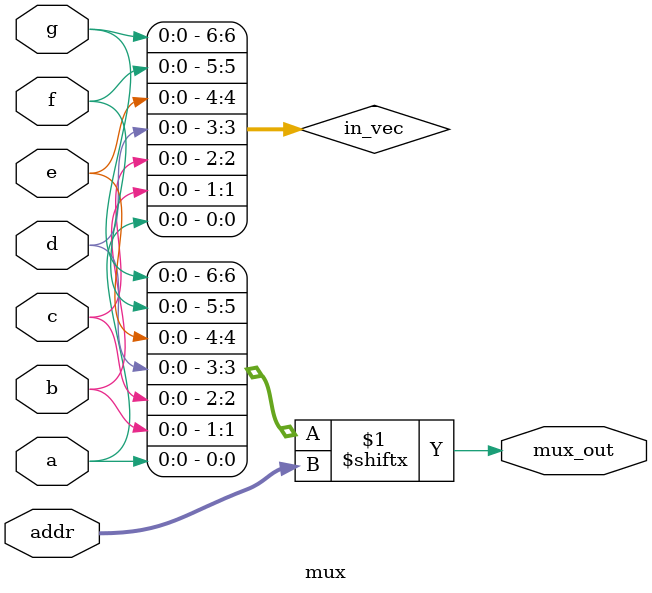
<source format=v>
module mux(a, b, c, d, e, f, g, addr, mux_out);
	input a,
			b,
			c,
			d,
			e,
			f,
			g;
			
	input	[2:0] addr;
	
	output mux_out;
	
	wire [6:0] in_vec = {g, f, e, d, c, b, a};

	assign mux_out = in_vec[addr];

endmodule 
</source>
